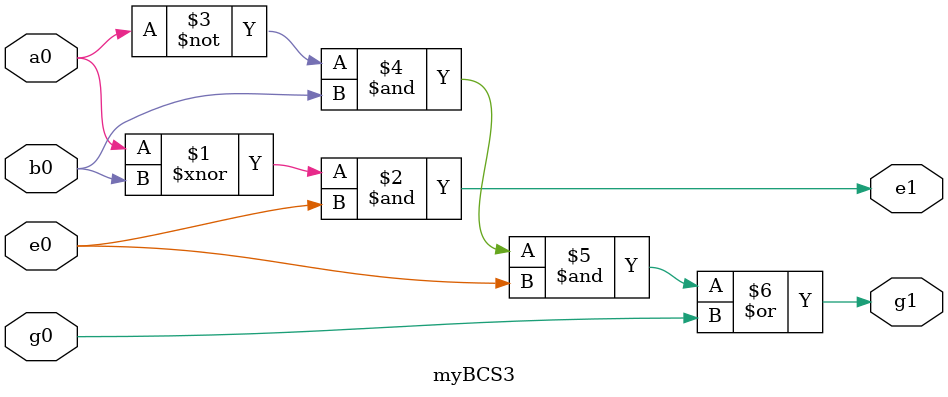
<source format=v>
`timescale 1ns/1ns
module myBCS3(input a0, b0, e0, g0, output e1, g1);
	assign #(24, 24) e1 = ((a0 ~^ b0) & e0);
	assign #(29, 34) g1 = ((~a0 & b0 & e0) | g0);
endmodule

</source>
